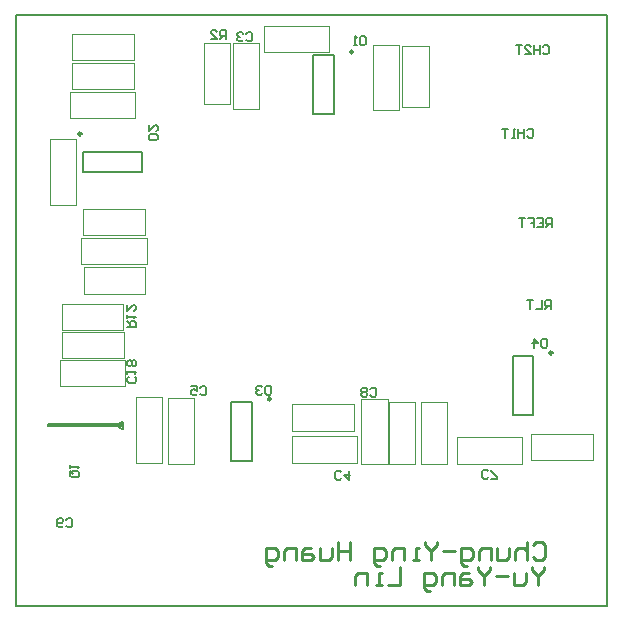
<source format=gbo>
%FSLAX25Y25*%
%MOIN*%
G70*
G01*
G75*
G04 Layer_Color=32896*
%ADD10C,0.01000*%
%ADD11C,0.02000*%
%ADD12C,0.02500*%
%ADD13C,0.00787*%
%ADD14C,0.07874*%
%ADD15R,0.07874X0.07874*%
%ADD16C,0.12205*%
%ADD17C,0.09843*%
%ADD18C,0.02500*%
%ADD19R,0.02362X0.08661*%
%ADD20R,0.08661X0.02362*%
%ADD21O,0.02992X0.09449*%
%ADD22R,0.02992X0.09449*%
%ADD23R,0.08000X0.06500*%
%ADD24R,0.08500X0.07000*%
%ADD25R,0.08100X0.06700*%
%ADD26R,0.08900X0.07700*%
%ADD27R,0.08200X0.07100*%
%ADD28C,0.00300*%
%ADD29C,0.00500*%
%ADD30C,0.08474*%
%ADD31R,0.08474X0.08474*%
%ADD32C,0.12805*%
%ADD33C,0.10443*%
%ADD34C,0.03100*%
%ADD35R,0.02962X0.09261*%
%ADD36R,0.09261X0.02962*%
%ADD37O,0.03592X0.10049*%
%ADD38R,0.03592X0.10049*%
%ADD39C,0.00984*%
D10*
X-20800Y13149D02*
Y12149D01*
X-22799Y10149D01*
X-24799Y12149D01*
Y13149D01*
X-22799Y10149D02*
Y7150D01*
X-26798Y11149D02*
Y8150D01*
X-27798Y7150D01*
X-30797D01*
Y11149D01*
X-32796Y10149D02*
X-36795D01*
X-38794Y13149D02*
Y12149D01*
X-40793Y10149D01*
X-42793Y12149D01*
Y13149D01*
X-40793Y10149D02*
Y7150D01*
X-45792Y11149D02*
X-47791D01*
X-48791Y10149D01*
Y7150D01*
X-45792D01*
X-44792Y8150D01*
X-45792Y9150D01*
X-48791D01*
X-50790Y7150D02*
Y11149D01*
X-53789D01*
X-54789Y10149D01*
Y7150D01*
X-58788Y5151D02*
X-59787D01*
X-60787Y6151D01*
Y11149D01*
X-57788D01*
X-56788Y10149D01*
Y8150D01*
X-57788Y7150D01*
X-60787D01*
X-68784Y13149D02*
Y7150D01*
X-72783D01*
X-74783D02*
X-76782D01*
X-75782D01*
Y11149D01*
X-74783D01*
X-79781Y7150D02*
Y11149D01*
X-82780D01*
X-83780Y10149D01*
Y7150D01*
X-24499Y20449D02*
X-23499Y21449D01*
X-21500D01*
X-20500Y20449D01*
Y16450D01*
X-21500Y15450D01*
X-23499D01*
X-24499Y16450D01*
X-26498Y21449D02*
Y15450D01*
Y18450D01*
X-27498Y19449D01*
X-29497D01*
X-30497Y18450D01*
Y15450D01*
X-32496Y19449D02*
Y16450D01*
X-33496Y15450D01*
X-36495D01*
Y19449D01*
X-38494Y15450D02*
Y19449D01*
X-41493D01*
X-42493Y18450D01*
Y15450D01*
X-46492Y13451D02*
X-47491D01*
X-48491Y14451D01*
Y19449D01*
X-45492D01*
X-44492Y18450D01*
Y16450D01*
X-45492Y15450D01*
X-48491D01*
X-50490Y18450D02*
X-54489D01*
X-56488Y21449D02*
Y20449D01*
X-58488Y18450D01*
X-60487Y20449D01*
Y21449D01*
X-58488Y18450D02*
Y15450D01*
X-62486D02*
X-64486D01*
X-63486D01*
Y19449D01*
X-62486D01*
X-67485Y15450D02*
Y19449D01*
X-70484D01*
X-71483Y18450D01*
Y15450D01*
X-75482Y13451D02*
X-76482D01*
X-77482Y14451D01*
Y19449D01*
X-74483D01*
X-73483Y18450D01*
Y16450D01*
X-74483Y15450D01*
X-77482D01*
X-85479Y21449D02*
Y15450D01*
Y18450D01*
X-89478D01*
Y21449D01*
Y15450D01*
X-91477Y19449D02*
Y16450D01*
X-92477Y15450D01*
X-95476D01*
Y19449D01*
X-98475D02*
X-100474D01*
X-101474Y18450D01*
Y15450D01*
X-98475D01*
X-97475Y16450D01*
X-98475Y17450D01*
X-101474D01*
X-103473Y15450D02*
Y19449D01*
X-106472D01*
X-107472Y18450D01*
Y15450D01*
X-111470Y13451D02*
X-112470D01*
X-113470Y14451D01*
Y19449D01*
X-110471D01*
X-109471Y18450D01*
Y16450D01*
X-110471Y15450D01*
X-113470D01*
D13*
X-161351Y61427D02*
G03*
X-161351Y58927I0J-1250D01*
G01*
X-174493Y151495D02*
X-154808D01*
X-174493Y144606D02*
X-154808D01*
X-174493D02*
Y151495D01*
X-154808Y144606D02*
Y151495D01*
X-24406Y63708D02*
Y83393D01*
X-31295Y63708D02*
Y83393D01*
X-24406D01*
X-31295Y63708D02*
X-24406D01*
X-118306Y48308D02*
Y67993D01*
X-125195Y48308D02*
Y67993D01*
X-118306D01*
X-125195Y48308D02*
X-118306D01*
X-90906Y164008D02*
Y183693D01*
X-97795Y164008D02*
Y183693D01*
X-90906D01*
X-97795Y164008D02*
X-90906D01*
X-186351Y60512D02*
X-161351D01*
X-186351Y59842D02*
Y60512D01*
Y59842D02*
X-161351D01*
Y61427D01*
Y58927D02*
Y60512D01*
X-196850Y0D02*
Y196850D01*
Y0D02*
X0D01*
Y196850D01*
X-196850D02*
X0D01*
D28*
X-81800Y69096D02*
X-73000D01*
X-81800Y47299D02*
Y69096D01*
Y47299D02*
X-73000D01*
Y69096D01*
X-156900Y69596D02*
X-148100D01*
X-156900Y47799D02*
Y69596D01*
Y47799D02*
X-148100D01*
Y69596D01*
X-160355Y73251D02*
Y82051D01*
X-182152D02*
X-160355D01*
X-182152Y73251D02*
Y82051D01*
Y73251D02*
X-160355D01*
X-175046Y113850D02*
Y122651D01*
Y113850D02*
X-153249D01*
Y122651D01*
X-175046D02*
X-153249D01*
X-185600Y133755D02*
X-176800D01*
Y155552D01*
X-185600D02*
X-176800D01*
X-185600Y133755D02*
Y155552D01*
X-157204Y162500D02*
Y171300D01*
X-179001D02*
X-157204D01*
X-179001Y162500D02*
Y171300D01*
Y162500D02*
X-157204D01*
X-49896Y47451D02*
Y56251D01*
Y47451D02*
X-28099D01*
Y56251D01*
X-49896D02*
X-28099D01*
X-146200Y47455D02*
X-137400D01*
Y69252D01*
X-146200D02*
X-137400D01*
X-146200Y47455D02*
Y69252D01*
X-83204Y47700D02*
Y56500D01*
X-105001D02*
X-83204D01*
X-105001Y47700D02*
Y56500D01*
Y47700D02*
X-83204D01*
X-124500Y165755D02*
X-115700D01*
Y187552D01*
X-124500D02*
X-115700D01*
X-124500Y165755D02*
Y187552D01*
X-92404Y184550D02*
Y193351D01*
X-114201D02*
X-92404D01*
X-114201Y184550D02*
Y193351D01*
Y184550D02*
X-92404D01*
X-104700Y58400D02*
Y67200D01*
Y58400D02*
X-84100D01*
Y67200D01*
X-104700D02*
X-84100D01*
X-63700Y47350D02*
Y67950D01*
X-72500Y47350D02*
X-63700D01*
X-72500D02*
Y67950D01*
X-63700D01*
X-62000Y68050D02*
X-53200D01*
X-62000Y47451D02*
Y68050D01*
Y47451D02*
X-53200D01*
Y68050D01*
X-174451Y132351D02*
X-153850D01*
Y123550D02*
Y132351D01*
X-174451Y123550D02*
X-153850D01*
X-174451D02*
Y132351D01*
X-153751Y104150D02*
Y112951D01*
X-174351D02*
X-153751D01*
X-174351Y104150D02*
Y112951D01*
Y104150D02*
X-153751D01*
X-178100Y181900D02*
X-157500D01*
X-178100D02*
Y190700D01*
X-157500D01*
Y181900D02*
Y190700D01*
X-157600Y172200D02*
Y181000D01*
X-178200D02*
X-157600D01*
X-178200Y172200D02*
Y181000D01*
Y172200D02*
X-157600D01*
X-181650Y91951D02*
X-161050D01*
X-181650D02*
Y100751D01*
X-161050D01*
Y91951D02*
Y100751D01*
X-160951Y82551D02*
Y91351D01*
X-181551D02*
X-160951D01*
X-181551Y82551D02*
Y91351D01*
Y82551D02*
X-160951D01*
X-25100Y57300D02*
X-4500D01*
Y48500D02*
Y57300D01*
X-25100Y48500D02*
X-4500D01*
X-25100D02*
Y57300D01*
X-134250Y187800D02*
X-125451D01*
X-134250Y167200D02*
Y187800D01*
Y167200D02*
X-125451D01*
Y187800D01*
X-77951Y165304D02*
X-69151D01*
Y187101D01*
X-77951D02*
X-69151D01*
X-77951Y165304D02*
Y187101D01*
X-59351Y166200D02*
Y186800D01*
X-68151Y166200D02*
X-59351D01*
X-68151D02*
Y186800D01*
X-59351D01*
D29*
X-120149Y190700D02*
X-119649Y191200D01*
X-118649D01*
X-118149Y190700D01*
Y188701D01*
X-118649Y188201D01*
X-119649D01*
X-120149Y188701D01*
X-121149Y190700D02*
X-121648Y191200D01*
X-122648D01*
X-123148Y190700D01*
Y190200D01*
X-122648Y189700D01*
X-122148D01*
X-122648D01*
X-123148Y189201D01*
Y188701D01*
X-122648Y188201D01*
X-121648D01*
X-121149Y188701D01*
X-88450Y42501D02*
X-88950Y42001D01*
X-89950D01*
X-90450Y42501D01*
Y44500D01*
X-89950Y45000D01*
X-88950D01*
X-88450Y44500D01*
X-85951Y45000D02*
Y42001D01*
X-87450Y43501D01*
X-85451D01*
X-135499Y72799D02*
X-135000Y73299D01*
X-134000D01*
X-133500Y72799D01*
Y70800D01*
X-134000Y70300D01*
X-135000D01*
X-135499Y70800D01*
X-138498Y73299D02*
X-136499D01*
Y71799D01*
X-137499Y72299D01*
X-137999D01*
X-138498Y71799D01*
Y70800D01*
X-137999Y70300D01*
X-136999D01*
X-136499Y70800D01*
X-39401Y42901D02*
X-39900Y42401D01*
X-40900D01*
X-41400Y42901D01*
Y44900D01*
X-40900Y45400D01*
X-39900D01*
X-39401Y44900D01*
X-38401Y42401D02*
X-36402D01*
Y42901D01*
X-38401Y44900D01*
Y45400D01*
X-180099Y28750D02*
X-179599Y29250D01*
X-178600D01*
X-178100Y28750D01*
Y26750D01*
X-178600Y26250D01*
X-179599D01*
X-180099Y26750D01*
X-181099D02*
X-181599Y26250D01*
X-182598D01*
X-183098Y26750D01*
Y28750D01*
X-182598Y29250D01*
X-181599D01*
X-181099Y28750D01*
Y28250D01*
X-181599Y27750D01*
X-183098D01*
X-81700Y189899D02*
X-80700D01*
X-80200Y189399D01*
Y187400D01*
X-80700Y186900D01*
X-81700D01*
X-82199Y187400D01*
Y189399D01*
X-81700Y189899D01*
X-83199Y186900D02*
X-84199D01*
X-83699D01*
Y189899D01*
X-83199Y189399D01*
X-113300Y73349D02*
X-112300D01*
X-111800Y72850D01*
Y70850D01*
X-112300Y70350D01*
X-113300D01*
X-113799Y70850D01*
Y72850D01*
X-113300Y73349D01*
X-114799Y72850D02*
X-115299Y73349D01*
X-116298D01*
X-116798Y72850D01*
Y72350D01*
X-116298Y71850D01*
X-115799D01*
X-116298D01*
X-116798Y71350D01*
Y70850D01*
X-116298Y70350D01*
X-115299D01*
X-114799Y70850D01*
X-21299Y89149D02*
X-20300D01*
X-19800Y88650D01*
Y86650D01*
X-20300Y86150D01*
X-21299D01*
X-21799Y86650D01*
Y88650D01*
X-21299Y89149D01*
X-24298Y86150D02*
Y89149D01*
X-22799Y87650D01*
X-24798D01*
X-178300Y44950D02*
X-176301D01*
X-175801Y44450D01*
Y43450D01*
X-176301Y42950D01*
X-178300D01*
X-178800Y43450D01*
Y44450D01*
X-177800Y43950D02*
X-178800Y44950D01*
Y44450D02*
X-178300Y44950D01*
X-178800Y45950D02*
Y46949D01*
Y46449D01*
X-175801D01*
X-176301Y45950D01*
X-127000Y188951D02*
Y191949D01*
X-128499D01*
X-128999Y191450D01*
Y190450D01*
X-128499Y189950D01*
X-127000D01*
X-128000D02*
X-128999Y188951D01*
X-131998D02*
X-129999D01*
X-131998Y190950D01*
Y191450D01*
X-131499Y191949D01*
X-130499D01*
X-129999Y191450D01*
X-159900Y92950D02*
X-156901D01*
Y94450D01*
X-157401Y94950D01*
X-158400D01*
X-158900Y94450D01*
Y92950D01*
Y93950D02*
X-159900Y94950D01*
Y95950D02*
Y96949D01*
Y96449D01*
X-156901D01*
X-157401Y95950D01*
X-159900Y100448D02*
Y98449D01*
X-157901Y100448D01*
X-157401D01*
X-156901Y99948D01*
Y98949D01*
X-157401Y98449D01*
X-157201Y76450D02*
X-156701Y75950D01*
Y74950D01*
X-157201Y74450D01*
X-159200D01*
X-159700Y74950D01*
Y75950D01*
X-159200Y76450D01*
X-159700Y77450D02*
Y78449D01*
Y77949D01*
X-156701D01*
X-157201Y77450D01*
Y79949D02*
X-156701Y80449D01*
Y81448D01*
X-157201Y81948D01*
X-157701D01*
X-158200Y81448D01*
X-158700Y81948D01*
X-159200D01*
X-159700Y81448D01*
Y80449D01*
X-159200Y79949D01*
X-158700D01*
X-158200Y80449D01*
X-157701Y79949D01*
X-157201D01*
X-158200Y80449D02*
Y81448D01*
X-149601Y156700D02*
Y155700D01*
X-150101Y155200D01*
X-152100D01*
X-152600Y155700D01*
Y156700D01*
X-152100Y157199D01*
X-150101D01*
X-149601Y156700D01*
X-152600Y160198D02*
Y158199D01*
X-150601Y160198D01*
X-150101D01*
X-149601Y159699D01*
Y158699D01*
X-150101Y158199D01*
X-78799Y72299D02*
X-78299Y72799D01*
X-77300D01*
X-76800Y72299D01*
Y70300D01*
X-77300Y69800D01*
X-78299D01*
X-78799Y70300D01*
X-79799Y72299D02*
X-80299Y72799D01*
X-81299D01*
X-81798Y72299D01*
Y71799D01*
X-81299Y71299D01*
X-81798Y70800D01*
Y70300D01*
X-81299Y69800D01*
X-80299D01*
X-79799Y70300D01*
Y70800D01*
X-80299Y71299D01*
X-79799Y71799D01*
Y72299D01*
X-80299Y71299D02*
X-81299D01*
X-21299Y186399D02*
X-20799Y186899D01*
X-19800D01*
X-19300Y186399D01*
Y184400D01*
X-19800Y183900D01*
X-20799D01*
X-21299Y184400D01*
X-22299Y186899D02*
Y183900D01*
Y185399D01*
X-24298D01*
Y186899D01*
Y183900D01*
X-27297D02*
X-25298D01*
X-27297Y185899D01*
Y186399D01*
X-26798Y186899D01*
X-25798D01*
X-25298Y186399D01*
X-28297Y186899D02*
X-30296D01*
X-29297D01*
Y183900D01*
X-26399Y158499D02*
X-25899Y158999D01*
X-24900D01*
X-24400Y158499D01*
Y156500D01*
X-24900Y156000D01*
X-25899D01*
X-26399Y156500D01*
X-27399Y158999D02*
Y156000D01*
Y157500D01*
X-29398D01*
Y158999D01*
Y156000D01*
X-30398D02*
X-31398D01*
X-30898D01*
Y158999D01*
X-30398Y158499D01*
X-32897Y158999D02*
X-34897D01*
X-33897D01*
Y156000D01*
X-18300Y126200D02*
Y129199D01*
X-19800D01*
X-20299Y128699D01*
Y127699D01*
X-19800Y127200D01*
X-18300D01*
X-19300D02*
X-20299Y126200D01*
X-23298Y129199D02*
X-21299D01*
Y126200D01*
X-23298D01*
X-21299Y127699D02*
X-22299D01*
X-26297Y129199D02*
X-24298D01*
Y127699D01*
X-25298D01*
X-24298D01*
Y126200D01*
X-27297Y129199D02*
X-29296D01*
X-28297D01*
Y126200D01*
X-18600Y98900D02*
Y101899D01*
X-20099D01*
X-20599Y101399D01*
Y100399D01*
X-20099Y99900D01*
X-18600D01*
X-19600D02*
X-20599Y98900D01*
X-21599Y101899D02*
Y98900D01*
X-23598D01*
X-24598Y101899D02*
X-26597D01*
X-25598D01*
Y98900D01*
D39*
X-175005Y157401D02*
G03*
X-175005Y157401I-492J0D01*
G01*
X-18008Y84397D02*
G03*
X-18008Y84397I-492J0D01*
G01*
X-111908Y68997D02*
G03*
X-111908Y68997I-492J0D01*
G01*
X-84508Y184697D02*
G03*
X-84508Y184697I-492J0D01*
G01*
M02*

</source>
